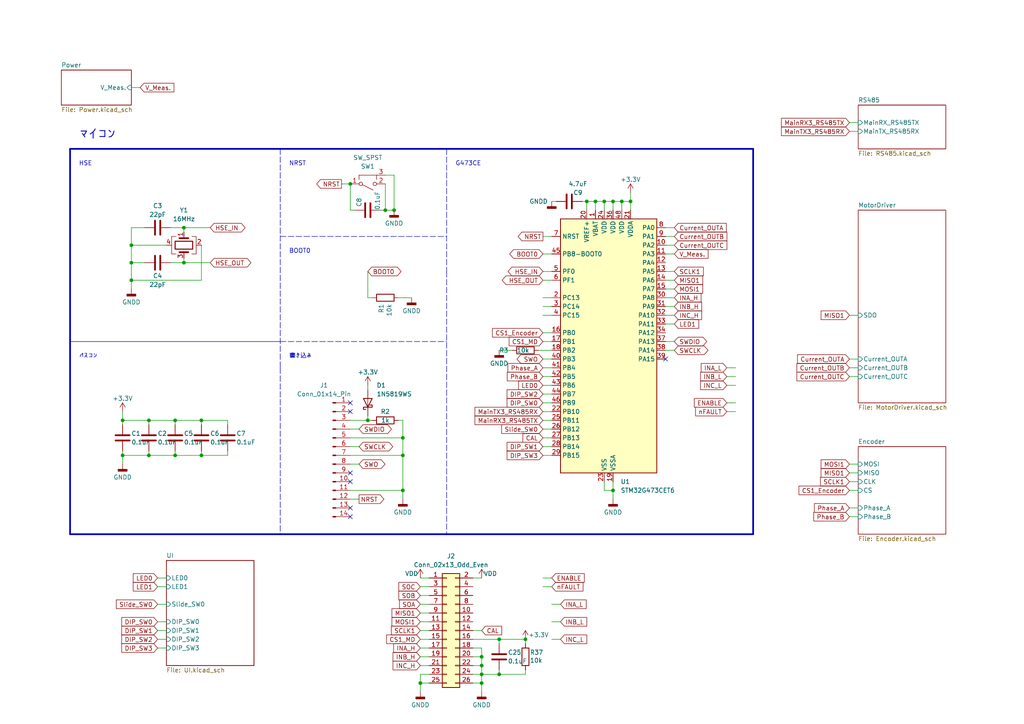
<source format=kicad_sch>
(kicad_sch (version 20230121) (generator eeschema)
  (paper "A4")
  (lib_symbols
    (symbol "Connector:Conn_01x14_Pin" (pin_names (offset 1.016) hide)
      (property "Reference" "J" (at 0 17.78 0))
      (property "Value" "Conn_01x14_Pin" (at 0 -20.32 0))
      (symbol "Conn_01x14_Pin_1_1"
        (polyline (pts (xy 1.27 -17.78) (xy 0.8636 -17.78)) (stroke (width 0.1524)))
        (polyline (pts (xy 1.27 -15.24) (xy 0.8636 -15.24)) (stroke (width 0.1524)))
        (polyline (pts (xy 1.27 -12.7) (xy 0.8636 -12.7)) (stroke (width 0.1524)))
        (polyline (pts (xy 1.27 -10.16) (xy 0.8636 -10.16)) (stroke (width 0.1524)))
        (polyline (pts (xy 1.27 -7.62) (xy 0.8636 -7.62)) (stroke (width 0.1524)))
        (polyline (pts (xy 1.27 -5.08) (xy 0.8636 -5.08)) (stroke (width 0.1524)))
        (polyline (pts (xy 1.27 -2.54) (xy 0.8636 -2.54)) (stroke (width 0.1524)))
        (polyline (pts (xy 1.27 0) (xy 0.8636 0)) (stroke (width 0.1524)))
        (polyline (pts (xy 1.27 2.54) (xy 0.8636 2.54)) (stroke (width 0.1524)))
        (polyline (pts (xy 1.27 5.08) (xy 0.8636 5.08)) (stroke (width 0.1524)))
        (polyline (pts (xy 1.27 7.62) (xy 0.8636 7.62)) (stroke (width 0.1524)))
        (polyline (pts (xy 1.27 10.16) (xy 0.8636 10.16)) (stroke (width 0.1524)))
        (polyline (pts (xy 1.27 12.7) (xy 0.8636 12.7)) (stroke (width 0.1524)))
        (polyline (pts (xy 1.27 15.24) (xy 0.8636 15.24)) (stroke (width 0.1524)))
        (rectangle (start 0.8636 -17.653) (end 0 -17.907) (stroke (width 0.1524)) (fill (type outline)))
        (rectangle (start 0.8636 -15.113) (end 0 -15.367) (stroke (width 0.1524)) (fill (type outline)))
        (rectangle (start 0.8636 -12.573) (end 0 -12.827) (stroke (width 0.1524)) (fill (type outline)))
        (rectangle (start 0.8636 -10.033) (end 0 -10.287) (stroke (width 0.1524)) (fill (type outline)))
        (rectangle (start 0.8636 -7.493) (end 0 -7.747) (stroke (width 0.1524)) (fill (type outline)))
        (rectangle (start 0.8636 -4.953) (end 0 -5.207) (stroke (width 0.1524)) (fill (type outline)))
        (rectangle (start 0.8636 -2.413) (end 0 -2.667) (stroke (width 0.1524)) (fill (type outline)))
        (rectangle (start 0.8636 0.127) (end 0 -0.127) (stroke (width 0.1524)) (fill (type outline)))
        (rectangle (start 0.8636 2.667) (end 0 2.413) (stroke (width 0.1524)) (fill (type outline)))
        (rectangle (start 0.8636 5.207) (end 0 4.953) (stroke (width 0.1524)) (fill (type outline)))
        (rectangle (start 0.8636 7.747) (end 0 7.493) (stroke (width 0.1524)) (fill (type outline)))
        (rectangle (start 0.8636 10.287) (end 0 10.033) (stroke (width 0.1524)) (fill (type outline)))
        (rectangle (start 0.8636 12.827) (end 0 12.573) (stroke (width 0.1524)) (fill (type outline)))
        (rectangle (start 0.8636 15.367) (end 0 15.113) (stroke (width 0.1524)) (fill (type outline)))
        (pin passive line (at 5.08 15.24 180) (length 3.81) (name "Pin_1") (number "1"))
        (pin passive line (at 5.08 -7.62 180) (length 3.81) (name "Pin_10") (number "10"))
        (pin passive line (at 5.08 -10.16 180) (length 3.81) (name "Pin_11") (number "11"))
        (pin passive line (at 5.08 -12.7 180) (length 3.81) (name "Pin_12") (number "12"))
        (pin passive line (at 5.08 -15.24 180) (length 3.81) (name "Pin_13") (number "13"))
        (pin passive line (at 5.08 -17.78 180) (length 3.81) (name "Pin_14") (number "14"))
        (pin passive line (at 5.08 12.7 180) (length 3.81) (name "Pin_2") (number "2"))
        (pin passive line (at 5.08 10.16 180) (length 3.81) (name "Pin_3") (number "3"))
        (pin passive line (at 5.08 7.62 180) (length 3.81) (name "Pin_4") (number "4"))
        (pin passive line (at 5.08 5.08 180) (length 3.81) (name "Pin_5") (number "5"))
        (pin passive line (at 5.08 2.54 180) (length 3.81) (name "Pin_6") (number "6"))
        (pin passive line (at 5.08 0 180) (length 3.81) (name "Pin_7") (number "7"))
        (pin passive line (at 5.08 -2.54 180) (length 3.81) (name "Pin_8") (number "8"))
        (pin passive line (at 5.08 -5.08 180) (length 3.81) (name "Pin_9") (number "9"))
      )
    )
    (symbol "Connector_Generic:Conn_02x13_Odd_Even" (pin_names (offset 1.016) hide)
      (property "Reference" "J" (at 1.27 17.78 0))
      (property "Value" "Conn_02x13_Odd_Even" (at 1.27 -17.78 0))
      (symbol "Conn_02x13_Odd_Even_1_1"
        (rectangle (start -1.27 -15.113) (end 0 -15.367) (stroke (width 0.1524)))
        (rectangle (start -1.27 -12.573) (end 0 -12.827) (stroke (width 0.1524)))
        (rectangle (start -1.27 -10.033) (end 0 -10.287) (stroke (width 0.1524)))
        (rectangle (start -1.27 -7.493) (end 0 -7.747) (stroke (width 0.1524)))
        (rectangle (start -1.27 -4.953) (end 0 -5.207) (stroke (width 0.1524)))
        (rectangle (start -1.27 -2.413) (end 0 -2.667) (stroke (width 0.1524)))
        (rectangle (start -1.27 0.127) (end 0 -0.127) (stroke (width 0.1524)))
        (rectangle (start -1.27 2.667) (end 0 2.413) (stroke (width 0.1524)))
        (rectangle (start -1.27 5.207) (end 0 4.953) (stroke (width 0.1524)))
        (rectangle (start -1.27 7.747) (end 0 7.493) (stroke (width 0.1524)))
        (rectangle (start -1.27 10.287) (end 0 10.033) (stroke (width 0.1524)))
        (rectangle (start -1.27 12.827) (end 0 12.573) (stroke (width 0.1524)))
        (rectangle (start -1.27 15.367) (end 0 15.113) (stroke (width 0.1524)))
        (rectangle (start -1.27 16.51) (end 3.81 -16.51) (stroke (width 0.254)) (fill (type background)))
        (rectangle (start 3.81 -15.113) (end 2.54 -15.367) (stroke (width 0.1524)))
        (rectangle (start 3.81 -12.573) (end 2.54 -12.827) (stroke (width 0.1524)))
        (rectangle (start 3.81 -10.033) (end 2.54 -10.287) (stroke (width 0.1524)))
        (rectangle (start 3.81 -7.493) (end 2.54 -7.747) (stroke (width 0.1524)))
        (rectangle (start 3.81 -4.953) (end 2.54 -5.207) (stroke (width 0.1524)))
        (rectangle (start 3.81 -2.413) (end 2.54 -2.667) (stroke (width 0.1524)))
        (rectangle (start 3.81 0.127) (end 2.54 -0.127) (stroke (width 0.1524)))
        (rectangle (start 3.81 2.667) (end 2.54 2.413) (stroke (width 0.1524)))
        (rectangle (start 3.81 5.207) (end 2.54 4.953) (stroke (width 0.1524)))
        (rectangle (start 3.81 7.747) (end 2.54 7.493) (stroke (width 0.1524)))
        (rectangle (start 3.81 10.287) (end 2.54 10.033) (stroke (width 0.1524)))
        (rectangle (start 3.81 12.827) (end 2.54 12.573) (stroke (width 0.1524)))
        (rectangle (start 3.81 15.367) (end 2.54 15.113) (stroke (width 0.1524)))
        (pin passive line (at -5.08 15.24 0) (length 3.81) (name "Pin_1") (number "1"))
        (pin passive line (at 7.62 5.08 180) (length 3.81) (name "Pin_10") (number "10"))
        (pin passive line (at -5.08 2.54 0) (length 3.81) (name "Pin_11") (number "11"))
        (pin passive line (at 7.62 2.54 180) (length 3.81) (name "Pin_12") (number "12"))
        (pin passive line (at -5.08 0 0) (length 3.81) (name "Pin_13") (number "13"))
        (pin passive line (at 7.62 0 180) (length 3.81) (name "Pin_14") (number "14"))
        (pin passive line (at -5.08 -2.54 0) (length 3.81) (name "Pin_15") (number "15"))
        (pin passive line (at 7.62 -2.54 180) (length 3.81) (name "Pin_16") (number "16"))
        (pin passive line (at -5.08 -5.08 0) (length 3.81) (name "Pin_17") (number "17"))
        (pin passive line (at 7.62 -5.08 180) (length 3.81) (name "Pin_18") (number "18"))
        (pin passive line (at -5.08 -7.62 0) (length 3.81) (name "Pin_19") (number "19"))
        (pin passive line (at 7.62 15.24 180) (length 3.81) (name "Pin_2") (number "2"))
        (pin passive line (at 7.62 -7.62 180) (length 3.81) (name "Pin_20") (number "20"))
        (pin passive line (at -5.08 -10.16 0) (length 3.81) (name "Pin_21") (number "21"))
        (pin passive line (at 7.62 -10.16 180) (length 3.81) (name "Pin_22") (number "22"))
        (pin passive line (at -5.08 -12.7 0) (length 3.81) (name "Pin_23") (number "23"))
        (pin passive line (at 7.62 -12.7 180) (length 3.81) (name "Pin_24") (number "24"))
        (pin passive line (at -5.08 -15.24 0) (length 3.81) (name "Pin_25") (number "25"))
        (pin passive line (at 7.62 -15.24 180) (length 3.81) (name "Pin_26") (number "26"))
        (pin passive line (at -5.08 12.7 0) (length 3.81) (name "Pin_3") (number "3"))
        (pin passive line (at 7.62 12.7 180) (length 3.81) (name "Pin_4") (number "4"))
        (pin passive line (at -5.08 10.16 0) (length 3.81) (name "Pin_5") (number "5"))
        (pin passive line (at 7.62 10.16 180) (length 3.81) (name "Pin_6") (number "6"))
        (pin passive line (at -5.08 7.62 0) (length 3.81) (name "Pin_7") (number "7"))
        (pin passive line (at 7.62 7.62 180) (length 3.81) (name "Pin_8") (number "8"))
        (pin passive line (at -5.08 5.08 0) (length 3.81) (name "Pin_9") (number "9"))
      )
    )
    (symbol "D_Schottky_3" (pin_numbers hide) (pin_names (offset 1.016) hide)
      (property "Reference" "D" (at 0 2.54 0))
      (property "Value" "D_Schottky_3" (at 0 -2.54 0))
      (symbol "D_Schottky_3_0_1"
        (polyline (pts (xy 1.27 0) (xy -1.27 0)))
        (polyline (pts (xy 1.27 1.27) (xy 1.27 -1.27) (xy -1.27 0) (xy 1.27 1.27)) (stroke (width 0.254)))
        (polyline (pts (xy -1.905 0.635) (xy -1.905 1.27) (xy -1.27 1.27) (xy -1.27 -1.27) (xy -0.635 -1.27) (xy -0.635 -0.635)) (stroke (width 0.254)))
      )
      (symbol "D_Schottky_3_1_1"
        (pin passive line (at -3.81 0 0) (length 2.54) (name "K") (number "1"))
        (pin passive line (at 3.81 0 180) (length 2.54) (name "A") (number "2"))
      )
    )
    (symbol "Device:C" (pin_numbers hide) (pin_names (offset 0.254))
      (property "Reference" "C" (at 0.635 2.54 0))
      (property "Value" "C" (at 0.635 -2.54 0))
      (symbol "C_0_1"
        (polyline (pts (xy -2.032 -0.762) (xy 2.032 -0.762)) (stroke (width 0.508)))
        (polyline (pts (xy -2.032 0.762) (xy 2.032 0.762)) (stroke (width 0.508)))
      )
      (symbol "C_1_1"
        (pin passive line (at 0 3.81 270) (length 2.794) (name "~") (number "1"))
        (pin passive line (at 0 -3.81 90) (length 2.794) (name "~") (number "2"))
      )
    )
    (symbol "Device:Crystal_GND24" (pin_names (offset 1.016) hide)
      (property "Reference" "Y" (at 3.175 5.08 0))
      (property "Value" "Crystal_GND24" (at 3.175 3.175 0))
      (symbol "Crystal_GND24_0_1"
        (rectangle (start -1.143 2.54) (end 1.143 -2.54) (stroke (width 0.3048)))
        (polyline (pts (xy -2.54 0) (xy -2.032 0)))
        (polyline (pts (xy -2.032 -1.27) (xy -2.032 1.27)) (stroke (width 0.508)))
        (polyline (pts (xy 0 -3.81) (xy 0 -3.556)))
        (polyline (pts (xy 0 3.556) (xy 0 3.81)))
        (polyline (pts (xy 2.032 -1.27) (xy 2.032 1.27)) (stroke (width 0.508)))
        (polyline (pts (xy 2.032 0) (xy 2.54 0)))
        (polyline (pts (xy -2.54 -2.286) (xy -2.54 -3.556) (xy 2.54 -3.556) (xy 2.54 -2.286)))
        (polyline (pts (xy -2.54 2.286) (xy -2.54 3.556) (xy 2.54 3.556) (xy 2.54 2.286)))
      )
      (symbol "Crystal_GND24_1_1"
        (pin passive line (at -3.81 0 0) (length 1.27) (name "1") (number "1"))
        (pin passive line (at 0 5.08 270) (length 1.27) (name "2") (number "2"))
        (pin passive line (at 3.81 0 180) (length 1.27) (name "3") (number "3"))
        (pin passive line (at 0 -5.08 90) (length 1.27) (name "4") (number "4"))
      )
    )
    (symbol "Device:R" (pin_numbers hide) (pin_names (offset 0))
      (property "Reference" "R" (at 2.032 0 90))
      (property "Value" "R" (at 0 0 90))
      (symbol "R_0_1"
        (rectangle (start -1.016 -2.54) (end 1.016 2.54) (stroke (width 0.254)))
      )
      (symbol "R_1_1"
        (pin passive line (at 0 3.81 270) (length 1.27) (name "~") (number "1"))
        (pin passive line (at 0 -3.81 90) (length 1.27) (name "~") (number "2"))
      )
    )
    (symbol "MCU_ST_STM32G4:STM32G473CETx"
      (property "Reference" "U2" (at 4.7341 -38.1 0))
      (property "Value" "STM32G473CET6" (at 4.7341 -40.64 0))
      (symbol "STM32G473CETx_0_1"
        (rectangle (start -12.7 -35.56) (end 15.24 38.1) (stroke (width 0.254)) (fill (type background)))
      )
      (symbol "STM32G473CETx_1_1"
        (pin power_in line (at -2.54 40.64 270) (length 2.54) (name "VBAT") (number "1"))
        (pin bidirectional line (at 17.78 30.48 180) (length 2.54) (name "PA2") (number "10"))
        (pin bidirectional line (at 17.78 27.94 180) (length 2.54) (name "PA3") (number "11"))
        (pin bidirectional line (at 17.78 25.4 180) (length 2.54) (name "PA4") (number "12"))
        (pin bidirectional line (at 17.78 22.86 180) (length 2.54) (name "PA5") (number "13"))
        (pin bidirectional line (at 17.78 20.32 180) (length 2.54) (name "PA6") (number "14"))
        (pin bidirectional line (at 17.78 17.78 180) (length 2.54) (name "PA7") (number "15"))
        (pin bidirectional line (at -15.24 5.08 0) (length 2.54) (name "PB0") (number "16"))
        (pin bidirectional line (at -15.24 2.54 0) (length 2.54) (name "PB1") (number "17"))
        (pin bidirectional line (at -15.24 0 0) (length 2.54) (name "PB2") (number "18"))
        (pin power_in line (at 2.54 -38.1 90) (length 2.54) (name "VSSA") (number "19"))
        (pin bidirectional line (at -15.24 15.24 0) (length 2.54) (name "PC13") (number "2"))
        (pin input line (at -5.08 40.64 270) (length 2.54) (name "VREF+") (number "20"))
        (pin power_in line (at 7.62 40.64 270) (length 2.54) (name "VDDA") (number "21"))
        (pin bidirectional line (at -15.24 -17.78 0) (length 2.54) (name "PB10") (number "22"))
        (pin power_in line (at 0 -38.1 90) (length 2.54) (name "VSS") (number "23"))
        (pin power_in line (at 0 40.64 270) (length 2.54) (name "VDD") (number "24"))
        (pin bidirectional line (at -15.24 -20.32 0) (length 2.54) (name "PB11") (number "25"))
        (pin bidirectional line (at -15.24 -22.86 0) (length 2.54) (name "PB12") (number "26"))
        (pin bidirectional line (at -15.24 -25.4 0) (length 2.54) (name "PB13") (number "27"))
        (pin bidirectional line (at -15.24 -27.94 0) (length 2.54) (name "PB14") (number "28"))
        (pin bidirectional line (at -15.24 -30.48 0) (length 2.54) (name "PB15") (number "29"))
        (pin bidirectional line (at -15.24 12.7 0) (length 2.54) (name "PC14") (number "3"))
        (pin bidirectional line (at 17.78 15.24 180) (length 2.54) (name "PA8") (number "30"))
        (pin bidirectional line (at 17.78 12.7 180) (length 2.54) (name "PA9") (number "31"))
        (pin bidirectional line (at 17.78 10.16 180) (length 2.54) (name "PA10") (number "32"))
        (pin bidirectional line (at 17.78 7.62 180) (length 2.54) (name "PA11") (number "33"))
        (pin bidirectional line (at 17.78 5.08 180) (length 2.54) (name "PA12") (number "34"))
        (pin passive line (at 0 -38.1 90) (length 2.54) hide (name "VSS") (number "35"))
        (pin power_in line (at 2.54 40.64 270) (length 2.54) (name "VDD") (number "36"))
        (pin bidirectional line (at 17.78 2.54 180) (length 2.54) (name "PA13") (number "37"))
        (pin bidirectional line (at 17.78 0 180) (length 2.54) (name "PA14") (number "38"))
        (pin bidirectional line (at 17.78 -2.54 180) (length 2.54) (name "PA15") (number "39"))
        (pin bidirectional line (at -15.24 10.16 0) (length 2.54) (name "PC15") (number "4"))
        (pin bidirectional line (at -15.24 -2.54 0) (length 2.54) (name "PB3") (number "40"))
        (pin bidirectional line (at -15.24 -5.08 0) (length 2.54) (name "PB4") (number "41"))
        (pin bidirectional line (at -15.24 -7.62 0) (length 2.54) (name "PB5") (number "42"))
        (pin bidirectional line (at -15.24 -10.16 0) (length 2.54) (name "PB6") (number "43"))
        (pin bidirectional line (at -15.24 -12.7 0) (length 2.54) (name "PB7") (number "44"))
        (pin bidirectional line (at -15.24 27.94 0) (length 2.54) (name "PB8-BOOT0") (number "45"))
        (pin bidirectional line (at -15.24 -15.24 0) (length 2.54) (name "PB9") (number "46"))
        (pin passive line (at 0 -38.1 90) (length 2.54) hide (name "VSS") (number "47"))
        (pin power_in line (at 5.08 40.64 270) (length 2.54) (name "VDD") (number "48"))
        (pin bidirectional line (at -15.24 22.86 0) (length 2.54) (name "PF0") (number "5"))
        (pin bidirectional line (at -15.24 20.32 0) (length 2.54) (name "PF1") (number "6"))
        (pin bidirectional line (at -15.24 33.02 0) (length 2.54) (name "NRST") (number "7"))
        (pin bidirectional line (at 17.78 35.56 180) (length 2.54) (name "PA0") (number "8"))
        (pin bidirectional line (at 17.78 33.02 180) (length 2.54) (name "PA1") (number "9"))
      )
    )
    (symbol "Switch:SW_SPST" (pin_names (offset 0) hide)
      (property "Reference" "SW1" (at 0 5.08 0))
      (property "Value" "SW_SPST" (at 0 2.54 0))
      (symbol "SW_SPST_0_0"
        (circle (center -2.032 0) (radius 0.508))
        (polyline (pts (xy -1.524 0.254) (xy 1.524 1.778)))
        (circle (center 2.032 0) (radius 0.508))
      )
      (symbol "SW_SPST_0_1"
        (polyline (pts (xy -2.54 -2.54) (xy -2.54 -1.27)))
        (polyline (pts (xy -2.54 -2.54) (xy 2.54 -2.54)))
        (polyline (pts (xy 2.54 -2.54) (xy 2.54 -1.27)))
      )
      (symbol "SW_SPST_1_1"
        (pin passive line (at -5.08 0 0) (length 2.54) (name "A") (number "1"))
        (pin passive line (at 5.08 0 180) (length 2.54) (name "B") (number "2"))
        (pin passive line (at 5.08 -2.54 180) (length 2.54) (name "shell") (number "3"))
      )
    )
    (symbol "power:+3.3V" (power) (pin_names (offset 0))
      (property "Value" "+3.3V" (at 0 3.556 0))
      (symbol "+3.3V_0_1"
        (polyline (pts (xy -0.762 1.27) (xy 0 2.54)))
        (polyline (pts (xy 0 0) (xy 0 2.54)))
        (polyline (pts (xy 0 2.54) (xy 0.762 1.27)))
      )
      (symbol "+3.3V_1_1"
        (pin power_in line (at 0 0 90) (length 0) hide (name "+3.3V") (number "1"))
      )
    )
    (symbol "power:GNDD" (power) (pin_names (offset 0))
      (property "Value" "GNDD" (at 0 -3.175 0))
      (symbol "GNDD_0_1"
        (rectangle (start -1.27 -1.524) (end 1.27 -2.032) (stroke (width 0.254)) (fill (type outline)))
        (polyline (pts (xy 0 0) (xy 0 -1.524)))
      )
      (symbol "GNDD_1_1"
        (pin power_in line (at 0 0 270) (length 0) hide (name "GNDD") (number "1"))
      )
    )
    (symbol "power:VDD" (power) (pin_names (offset 0))
      (property "Value" "VDD" (at 0 3.81 0))
      (symbol "VDD_0_1"
        (polyline (pts (xy -0.762 1.27) (xy 0 2.54)))
        (polyline (pts (xy 0 0) (xy 0 2.54)))
        (polyline (pts (xy 0 2.54) (xy 0.762 1.27)))
      )
      (symbol "VDD_1_1"
        (pin power_in line (at 0 0 90) (length 0) hide (name "VDD") (number "1"))
      )
    )
  )
  (junction (at 175.26 58.42))
  (junction (at 38.1 81.28))
  (junction (at 114.3 60.96))
  (junction (at 111.76 60.96))
  (junction (at 38.1 71.12))
  (junction (at 43.18 121.92))
  (junction (at 116.84 132.08))
  (junction (at 50.8 132.08))
  (junction (at 152.4 185.42))
  (junction (at 116.84 142.24))
  (junction (at 139.7 190.5))
  (junction (at 101.6 53.34))
  (junction (at 53.34 76.2))
  (junction (at 144.78 195.58))
  (junction (at 177.8 58.42))
  (junction (at 144.78 185.42))
  (junction (at 139.7 195.58))
  (junction (at 139.7 193.04))
  (junction (at 35.56 121.92))
  (junction (at 121.92 198.12))
  (junction (at 180.34 58.42))
  (junction (at 170.18 58.42))
  (junction (at 182.88 58.42))
  (junction (at 177.8 142.24))
  (junction (at 116.84 127))
  (junction (at 106.68 121.92))
  (junction (at 43.18 132.08))
  (junction (at 35.56 132.08))
  (junction (at 38.1 76.2))
  (junction (at 58.42 132.08))
  (junction (at 139.7 198.12))
  (junction (at 58.42 121.92))
  (junction (at 50.8 121.92))
  (junction (at 53.34 66.04))
  (junction (at 172.72 58.42))
  (no_connect (at 101.6 137.16))
  (no_connect (at 193.04 104.14))
  (no_connect (at 101.6 147.32))
  (no_connect (at 101.6 149.86))
  (no_connect (at 101.6 139.7))
  (no_connect (at 101.6 119.38))
  (no_connect (at 101.6 116.84))
  (wire (pts (xy 162.56 175.26) (xy 160.02 175.26)))
  (wire (pts (xy 121.92 193.04) (xy 124.46 193.04)))
  (wire (pts (xy 193.04 68.58) (xy 195.58 68.58)))
  (wire (pts (xy 139.7 182.88) (xy 137.16 182.88)))
  (wire (pts (xy 115.57 86.36) (xy 119.38 86.36)))
  (wire (pts (xy 139.7 195.58) (xy 139.7 198.12)))
  (polyline (pts (xy 20.32 43.18) (xy 218.44 43.18)) (stroke (width 0.5) (type solid)))
  (wire (pts (xy 38.1 66.04) (xy 38.1 71.12)))
  (wire (pts (xy 157.48 116.84) (xy 160.02 116.84)))
  (wire (pts (xy 53.34 76.2) (xy 60.96 76.2)))
  (wire (pts (xy 58.42 130.81) (xy 58.42 132.08)))
  (wire (pts (xy 101.6 134.62) (xy 104.14 134.62)))
  (wire (pts (xy 35.56 121.92) (xy 43.18 121.92)))
  (polyline (pts (xy 20.32 43.18) (xy 20.32 154.94)) (stroke (width 0.5) (type solid)))
  (wire (pts (xy 58.42 121.92) (xy 58.42 123.19)))
  (polyline (pts (xy 81.28 99.06) (xy 129.54 99.06)) (stroke (width 0) (type dash)))
  (wire (pts (xy 45.72 170.18) (xy 48.26 170.18)))
  (wire (pts (xy 157.48 78.74) (xy 160.02 78.74)))
  (wire (pts (xy 162.56 185.42) (xy 160.02 185.42)))
  (wire (pts (xy 38.1 83.82) (xy 38.1 81.28)))
  (wire (pts (xy 175.26 142.24) (xy 177.8 142.24)))
  (wire (pts (xy 121.92 172.72) (xy 124.46 172.72)))
  (wire (pts (xy 172.72 58.42) (xy 175.26 58.42)))
  (wire (pts (xy 139.7 193.04) (xy 139.7 195.58)))
  (wire (pts (xy 193.04 66.04) (xy 195.58 66.04)))
  (wire (pts (xy 139.7 190.5) (xy 139.7 193.04)))
  (wire (pts (xy 177.8 58.42) (xy 180.34 58.42)))
  (wire (pts (xy 53.34 74.93) (xy 53.34 76.2)))
  (wire (pts (xy 180.34 58.42) (xy 180.34 60.96)))
  (wire (pts (xy 139.7 195.58) (xy 144.78 195.58)))
  (polyline (pts (xy 20.32 154.94) (xy 218.44 154.94)) (stroke (width 0.5) (type solid)))
  (wire (pts (xy 246.38 149.86) (xy 248.92 149.86)))
  (wire (pts (xy 116.84 121.92) (xy 116.84 127)))
  (wire (pts (xy 175.26 58.42) (xy 175.26 60.96)))
  (wire (pts (xy 157.48 88.9) (xy 160.02 88.9)))
  (wire (pts (xy 157.48 106.68) (xy 160.02 106.68)))
  (wire (pts (xy 116.84 142.24) (xy 116.84 132.08)))
  (wire (pts (xy 45.72 175.26) (xy 48.26 175.26)))
  (wire (pts (xy 139.7 200.66) (xy 139.7 198.12)))
  (wire (pts (xy 137.16 167.64) (xy 139.7 167.64)))
  (wire (pts (xy 111.76 53.34) (xy 111.76 60.96)))
  (wire (pts (xy 213.36 109.22) (xy 210.82 109.22)))
  (wire (pts (xy 124.46 195.58) (xy 121.92 195.58)))
  (wire (pts (xy 157.48 129.54) (xy 160.02 129.54)))
  (wire (pts (xy 121.92 195.58) (xy 121.92 198.12)))
  (wire (pts (xy 137.16 193.04) (xy 139.7 193.04)))
  (wire (pts (xy 137.16 195.58) (xy 139.7 195.58)))
  (wire (pts (xy 50.8 121.92) (xy 58.42 121.92)))
  (wire (pts (xy 137.16 190.5) (xy 139.7 190.5)))
  (wire (pts (xy 157.48 167.64) (xy 160.02 167.64)))
  (wire (pts (xy 162.56 180.34) (xy 160.02 180.34)))
  (wire (pts (xy 121.92 200.66) (xy 121.92 198.12)))
  (wire (pts (xy 101.6 127) (xy 116.84 127)))
  (wire (pts (xy 50.8 132.08) (xy 58.42 132.08)))
  (wire (pts (xy 38.1 76.2) (xy 41.91 76.2)))
  (wire (pts (xy 182.88 55.88) (xy 182.88 58.42)))
  (wire (pts (xy 106.68 78.74) (xy 106.68 86.36)))
  (wire (pts (xy 246.38 104.14) (xy 248.92 104.14)))
  (wire (pts (xy 157.48 68.58) (xy 160.02 68.58)))
  (wire (pts (xy 43.18 121.92) (xy 50.8 121.92)))
  (wire (pts (xy 160.02 170.18) (xy 157.48 170.18)))
  (polyline (pts (xy 81.28 106.68) (xy 81.28 154.94)) (stroke (width 0) (type dash)))
  (wire (pts (xy 121.92 182.88) (xy 124.46 182.88)))
  (wire (pts (xy 246.38 137.16) (xy 248.92 137.16)))
  (wire (pts (xy 111.76 60.96) (xy 114.3 60.96)))
  (wire (pts (xy 144.78 194.31) (xy 144.78 195.58)))
  (wire (pts (xy 168.91 58.42) (xy 170.18 58.42)))
  (wire (pts (xy 106.68 120.65) (xy 106.68 121.92)))
  (wire (pts (xy 116.84 144.78) (xy 116.84 142.24)))
  (wire (pts (xy 43.18 132.08) (xy 50.8 132.08)))
  (wire (pts (xy 43.18 130.81) (xy 43.18 132.08)))
  (wire (pts (xy 35.56 130.81) (xy 35.56 132.08)))
  (wire (pts (xy 53.34 66.04) (xy 53.34 67.31)))
  (wire (pts (xy 161.29 58.42) (xy 160.02 58.42)))
  (wire (pts (xy 121.92 187.96) (xy 124.46 187.96)))
  (wire (pts (xy 157.48 127) (xy 160.02 127)))
  (wire (pts (xy 246.38 134.62) (xy 248.92 134.62)))
  (wire (pts (xy 66.04 132.08) (xy 66.04 130.81)))
  (wire (pts (xy 38.1 76.2) (xy 38.1 81.28)))
  (wire (pts (xy 157.48 119.38) (xy 160.02 119.38)))
  (wire (pts (xy 101.6 60.96) (xy 102.87 60.96)))
  (wire (pts (xy 193.04 91.44) (xy 195.58 91.44)))
  (wire (pts (xy 246.38 38.1) (xy 248.92 38.1)))
  (wire (pts (xy 193.04 71.12) (xy 195.58 71.12)))
  (polyline (pts (xy 129.54 78.74) (xy 129.54 154.94)) (stroke (width 0) (type dash)))
  (wire (pts (xy 43.18 121.92) (xy 43.18 123.19)))
  (polyline (pts (xy 129.54 43.18) (xy 129.54 78.74)) (stroke (width 0) (type dash)))
  (wire (pts (xy 177.8 142.24) (xy 177.8 144.78)))
  (wire (pts (xy 49.53 76.2) (xy 53.34 76.2)))
  (wire (pts (xy 193.04 99.06) (xy 195.58 99.06)))
  (wire (pts (xy 35.56 132.08) (xy 35.56 134.62)))
  (wire (pts (xy 193.04 86.36) (xy 195.58 86.36)))
  (wire (pts (xy 38.1 71.12) (xy 48.26 71.12)))
  (wire (pts (xy 152.4 185.42) (xy 144.78 185.42)))
  (wire (pts (xy 60.96 66.04) (xy 53.34 66.04)))
  (polyline (pts (xy 218.44 154.94) (xy 218.44 43.18)) (stroke (width 0.5) (type solid)))
  (wire (pts (xy 175.26 58.42) (xy 177.8 58.42)))
  (wire (pts (xy 160.02 96.52) (xy 157.48 96.52)))
  (wire (pts (xy 121.92 185.42) (xy 124.46 185.42)))
  (wire (pts (xy 180.34 58.42) (xy 182.88 58.42)))
  (wire (pts (xy 157.48 104.14) (xy 160.02 104.14)))
  (wire (pts (xy 101.6 53.34) (xy 101.6 60.96)))
  (wire (pts (xy 50.8 121.92) (xy 50.8 123.19)))
  (wire (pts (xy 210.82 119.38) (xy 213.36 119.38)))
  (wire (pts (xy 115.57 121.92) (xy 116.84 121.92)))
  (wire (pts (xy 160.02 101.6) (xy 156.21 101.6)))
  (wire (pts (xy 213.36 106.68) (xy 210.82 106.68)))
  (wire (pts (xy 121.92 177.8) (xy 124.46 177.8)))
  (wire (pts (xy 213.36 116.84) (xy 210.82 116.84)))
  (wire (pts (xy 38.1 25.4) (xy 40.64 25.4)))
  (wire (pts (xy 49.53 66.04) (xy 53.34 66.04)))
  (wire (pts (xy 160.02 111.76) (xy 157.48 111.76)))
  (wire (pts (xy 193.04 73.66) (xy 195.58 73.66)))
  (wire (pts (xy 45.72 182.88) (xy 48.26 182.88)))
  (wire (pts (xy 139.7 187.96) (xy 139.7 190.5)))
  (wire (pts (xy 58.42 121.92) (xy 66.04 121.92)))
  (wire (pts (xy 193.04 78.74) (xy 195.58 78.74)))
  (wire (pts (xy 99.06 53.34) (xy 101.6 53.34)))
  (wire (pts (xy 193.04 83.82) (xy 195.58 83.82)))
  (wire (pts (xy 152.4 186.69) (xy 152.4 185.42)))
  (wire (pts (xy 121.92 180.34) (xy 124.46 180.34)))
  (wire (pts (xy 193.04 93.98) (xy 195.58 93.98)))
  (wire (pts (xy 50.8 130.81) (xy 50.8 132.08)))
  (wire (pts (xy 121.92 175.26) (xy 124.46 175.26)))
  (wire (pts (xy 246.38 139.7) (xy 248.92 139.7)))
  (wire (pts (xy 35.56 121.92) (xy 35.56 123.19)))
  (wire (pts (xy 101.6 132.08) (xy 116.84 132.08)))
  (wire (pts (xy 157.48 109.22) (xy 160.02 109.22)))
  (wire (pts (xy 246.38 91.44) (xy 248.92 91.44)))
  (wire (pts (xy 139.7 198.12) (xy 137.16 198.12)))
  (wire (pts (xy 157.48 86.36) (xy 160.02 86.36)))
  (wire (pts (xy 35.56 132.08) (xy 43.18 132.08)))
  (wire (pts (xy 177.8 60.96) (xy 177.8 58.42)))
  (wire (pts (xy 58.42 71.12) (xy 58.42 81.28)))
  (wire (pts (xy 193.04 101.6) (xy 195.58 101.6)))
  (wire (pts (xy 116.84 132.08) (xy 116.84 127)))
  (wire (pts (xy 137.16 187.96) (xy 139.7 187.96)))
  (wire (pts (xy 246.38 147.32) (xy 248.92 147.32)))
  (wire (pts (xy 121.92 167.64) (xy 124.46 167.64)))
  (wire (pts (xy 172.72 60.96) (xy 172.72 58.42)))
  (wire (pts (xy 45.72 185.42) (xy 48.26 185.42)))
  (wire (pts (xy 137.16 185.42) (xy 144.78 185.42)))
  (wire (pts (xy 121.92 190.5) (xy 124.46 190.5)))
  (wire (pts (xy 111.76 50.8) (xy 114.3 50.8)))
  (wire (pts (xy 152.4 194.31) (xy 152.4 195.58)))
  (wire (pts (xy 35.56 119.38) (xy 35.56 121.92)))
  (wire (pts (xy 213.36 111.76) (xy 210.82 111.76)))
  (wire (pts (xy 41.91 66.04) (xy 38.1 66.04)))
  (wire (pts (xy 193.04 81.28) (xy 195.58 81.28)))
  (wire (pts (xy 144.78 186.69) (xy 144.78 185.42)))
  (wire (pts (xy 101.6 124.46) (xy 104.14 124.46)))
  (wire (pts (xy 193.04 88.9) (xy 195.58 88.9)))
  (wire (pts (xy 157.48 73.66) (xy 160.02 73.66)))
  (polyline (pts (xy 81.28 68.58) (xy 129.54 68.58)) (stroke (width 0) (type dash)))
  (wire (pts (xy 38.1 81.28) (xy 58.42 81.28)))
  (wire (pts (xy 101.6 142.24) (xy 116.84 142.24)))
  (wire (pts (xy 170.18 58.42) (xy 170.18 60.96)))
  (wire (pts (xy 106.68 111.76) (xy 106.68 113.03)))
  (wire (pts (xy 38.1 71.12) (xy 38.1 76.2)))
  (wire (pts (xy 246.38 106.68) (xy 248.92 106.68)))
  (wire (pts (xy 182.88 58.42) (xy 182.88 60.96)))
  (wire (pts (xy 160.02 124.46) (xy 157.48 124.46)))
  (polyline (pts (xy 81.28 43.18) (xy 81.28 106.68)) (stroke (width 0) (type dash)))
  (wire (pts (xy 177.8 142.24) (xy 177.8 139.7)))
  (wire (pts (xy 170.18 58.42) (xy 172.72 58.42)))
  (wire (pts (xy 144.78 195.58) (xy 152.4 195.58)))
  (wire (pts (xy 246.38 142.24) (xy 248.92 142.24)))
  (wire (pts (xy 106.68 121.92) (xy 101.6 121.92)))
  (wire (pts (xy 157.48 114.3) (xy 160.02 114.3)))
  (wire (pts (xy 246.38 35.56) (xy 248.92 35.56)))
  (wire (pts (xy 246.38 109.22) (xy 248.92 109.22)))
  (wire (pts (xy 160.02 99.06) (xy 157.48 99.06)))
  (wire (pts (xy 175.26 142.24) (xy 175.26 139.7)))
  (wire (pts (xy 157.48 121.92) (xy 160.02 121.92)))
  (wire (pts (xy 45.72 180.34) (xy 48.26 180.34)))
  (wire (pts (xy 121.92 170.18) (xy 124.46 170.18)))
  (wire (pts (xy 157.48 81.28) (xy 160.02 81.28)))
  (wire (pts (xy 66.04 121.92) (xy 66.04 123.19)))
  (wire (pts (xy 157.48 91.44) (xy 160.02 91.44)))
  (wire (pts (xy 101.6 129.54) (xy 104.14 129.54)))
  (wire (pts (xy 111.76 60.96) (xy 110.49 60.96)))
  (wire (pts (xy 106.68 121.92) (xy 107.95 121.92)))
  (wire (pts (xy 121.92 198.12) (xy 124.46 198.12)))
  (wire (pts (xy 45.72 187.96) (xy 48.26 187.96)))
  (wire (pts (xy 45.72 167.64) (xy 48.26 167.64)))
  (wire (pts (xy 58.42 132.08) (xy 66.04 132.08)))
  (wire (pts (xy 114.3 50.8) (xy 114.3 60.96)))
  (wire (pts (xy 106.68 86.36) (xy 107.95 86.36)))
  (wire (pts (xy 157.48 132.08) (xy 160.02 132.08)))
  (wire (pts (xy 101.6 144.78) (xy 104.14 144.78)))
  (wire (pts (xy 148.59 101.6) (xy 144.78 101.6)))
  (rectangle (start 20.32 99.06) (end 81.28 99.06))
  (text "パスコン" (at 22.86 104.14 0) (effects (font (size 1.27 1.27)) (justify left bottom)))
  (text "G473CE" (at 132.08 48.26 0) (effects (font (size 1.27 1.27)) (justify left bottom)))
  (text "HSE" (at 22.86 48.26 0) (effects (font (size 1.27 1.27)) (justify left bottom)))
  (text "BOOT0" (at 83.82 73.66 0) (effects (font (size 1.27 1.27)) (justify left bottom)))
  (text "NRST" (at 83.82 48.26 0) (effects (font (size 1.27 1.27)) (justify left bottom)))
  (text "マイコン" (at 22.86 40.64 0) (effects (font (size 2.54 2.54) (thickness 0.254) bold) (justify left bottom)))
  (text "書き込み" (at 83.82 104.14 0) (effects (font (size 1.27 1.27)) (justify left bottom)))
  (global_label "SCLK1" (shape input) (at 246.38 139.7 180) (property "Intersheetrefs" "${INTERSHEET_REFS}" (effects hide)))
  (global_label "MainTX3_RS485RX" (shape input) (at 246.38 38.1 180) (property "Intersheetrefs" "${INTERSHEET_REFS}" (effects hide)))
  (global_label "nFAULT" (shape input) (at 160.02 170.18 0) (property "Intersheetrefs" "${INTERSHEET_REFS}" (effects hide)))
  (global_label "BOOT0" (shape bidirectional) (at 106.68 78.74 0) (property "Intersheetrefs" "${INTERSHEET_REFS}" (effects hide)))
  (global_label "Phase_A" (shape input) (at 246.38 147.32 180) (property "Intersheetrefs" "${INTERSHEET_REFS}" (effects hide)))
  (global_label "MISO1" (shape input) (at 246.38 137.16 180) (property "Intersheetrefs" "${INTERSHEET_REFS}" (effects hide)))
  (global_label "HSE_OUT" (shape bidirectional) (at 157.48 81.28 180) (property "Intersheetrefs" "${INTERSHEET_REFS}" (effects hide)))
  (global_label "V_Meas." (shape input) (at 195.58 73.66 0) (property "Intersheetrefs" "${INTERSHEET_REFS}" (effects hide)))
  (global_label "DIP_SW0" (shape input) (at 45.72 180.34 180) (property "Intersheetrefs" "${INTERSHEET_REFS}" (effects hide)))
  (global_label "INB_H" (shape input) (at 121.92 190.5 180) (property "Intersheetrefs" "${INTERSHEET_REFS}" (effects hide)))
  (global_label "MOSI1" (shape input) (at 121.92 180.34 180) (property "Intersheetrefs" "${INTERSHEET_REFS}" (effects hide)))
  (global_label "Current_OUTB" (shape input) (at 195.58 68.58 0) (property "Intersheetrefs" "${INTERSHEET_REFS}" (effects hide)))
  (global_label "INC_L" (shape input) (at 210.82 111.76 180) (property "Intersheetrefs" "${INTERSHEET_REFS}" (effects hide)))
  (global_label "MainTX3_RS485RX" (shape input) (at 157.48 119.38 180) (property "Intersheetrefs" "${INTERSHEET_REFS}" (effects hide)))
  (global_label "INB_L" (shape input) (at 210.82 109.22 180) (property "Intersheetrefs" "${INTERSHEET_REFS}" (effects hide)))
  (global_label "NRST" (shape output) (at 157.48 68.58 180) (property "Intersheetrefs" "${INTERSHEET_REFS}" (effects hide)))
  (global_label "INA_H" (shape input) (at 195.58 86.36 0) (property "Intersheetrefs" "${INTERSHEET_REFS}" (effects hide)))
  (global_label "INC_L" (shape input) (at 162.56 185.42 0) (property "Intersheetrefs" "${INTERSHEET_REFS}" (effects hide)))
  (global_label "DIP_SW0" (shape input) (at 157.48 116.84 180) (property "Intersheetrefs" "${INTERSHEET_REFS}" (effects hide)))
  (global_label "HSE_IN" (shape bidirectional) (at 60.96 66.04 0) (property "Intersheetrefs" "${INTERSHEET_REFS}" (effects hide)))
  (global_label "HSE_OUT" (shape bidirectional) (at 60.96 76.2 0) (property "Intersheetrefs" "${INTERSHEET_REFS}" (effects hide)))
  (global_label "Current_OUTA" (shape input) (at 195.58 66.04 0) (property "Intersheetrefs" "${INTERSHEET_REFS}" (effects hide)))
  (global_label "SOC" (shape input) (at 121.92 170.18 180) (property "Intersheetrefs" "${INTERSHEET_REFS}" (effects hide)))
  (global_label "ENABLE" (shape input) (at 160.02 167.64 0) (property "Intersheetrefs" "${INTERSHEET_REFS}" (effects hide)))
  (global_label "NRST" (shape output) (at 104.14 144.78 0) (property "Intersheetrefs" "${INTERSHEET_REFS}" (effects hide)))
  (global_label "SWCLK" (shape bidirectional) (at 195.58 101.6 0) (property "Intersheetrefs" "${INTERSHEET_REFS}" (effects hide)))
  (global_label "CS1_MD" (shape input) (at 121.92 185.42 180) (property "Intersheetrefs" "${INTERSHEET_REFS}" (effects hide)))
  (global_label "CS1_Encoder" (shape input) (at 246.38 142.24 180) (property "Intersheetrefs" "${INTERSHEET_REFS}" (effects hide)))
  (global_label "BOOT0" (shape bidirectional) (at 157.48 73.66 180) (property "Intersheetrefs" "${INTERSHEET_REFS}" (effects hide)))
  (global_label "Current_OUTB" (shape input) (at 246.38 106.68 180) (property "Intersheetrefs" "${INTERSHEET_REFS}" (effects hide)))
  (global_label "INB_L" (shape input) (at 162.56 180.34 0) (property "Intersheetrefs" "${INTERSHEET_REFS}" (effects hide)))
  (global_label "DIP_SW3" (shape input) (at 45.72 187.96 180) (property "Intersheetrefs" "${INTERSHEET_REFS}" (effects hide)))
  (global_label "INC_H" (shape input) (at 195.58 91.44 0) (property "Intersheetrefs" "${INTERSHEET_REFS}" (effects hide)))
  (global_label "MISO1" (shape input) (at 121.92 177.8 180) (property "Intersheetrefs" "${INTERSHEET_REFS}" (effects hide)))
  (global_label "DIP_SW1" (shape input) (at 157.48 129.54 180) (property "Intersheetrefs" "${INTERSHEET_REFS}" (effects hide)))
  (global_label "ENABLE" (shape input) (at 210.82 116.84 180) (property "Intersheetrefs" "${INTERSHEET_REFS}" (effects hide)))
  (global_label "SOA" (shape input) (at 121.92 175.26 180) (property "Intersheetrefs" "${INTERSHEET_REFS}" (effects hide)))
  (global_label "INC_H" (shape input) (at 121.92 193.04 180) (property "Intersheetrefs" "${INTERSHEET_REFS}" (effects hide)))
  (global_label "DIP_SW1" (shape input) (at 45.72 182.88 180) (property "Intersheetrefs" "${INTERSHEET_REFS}" (effects hide)))
  (global_label "DIP_SW3" (shape input) (at 157.48 132.08 180) (property "Intersheetrefs" "${INTERSHEET_REFS}" (effects hide)))
  (global_label "INA_H" (shape input) (at 121.92 187.96 180) (property "Intersheetrefs" "${INTERSHEET_REFS}" (effects hide)))
  (global_label "SCLK1" (shape input) (at 195.58 78.74 0) (property "Intersheetrefs" "${INTERSHEET_REFS}" (effects hide)))
  (global_label "SWCLK" (shape bidirectional) (at 104.14 129.54 0) (property "Intersheetrefs" "${INTERSHEET_REFS}" (effects hide)))
  (global_label "HSE_IN" (shape bidirectional) (at 157.48 78.74 180) (property "Intersheetrefs" "${INTERSHEET_REFS}" (effects hide)))
  (global_label "V_Meas." (shape input) (at 40.64 25.4 0) (property "Intersheetrefs" "${INTERSHEET_REFS}" (effects hide)))
  (global_label "INA_L" (shape input) (at 162.56 175.26 0) (property "Intersheetrefs" "${INTERSHEET_REFS}" (effects hide)))
  (global_label "Current_OUTC" (shape input) (at 195.58 71.12 0) (property "Intersheetrefs" "${INTERSHEET_REFS}" (effects hide)))
  (global_label "DIP_SW2" (shape input) (at 45.72 185.42 180) (property "Intersheetrefs" "${INTERSHEET_REFS}" (effects hide)))
  (global_label "Phase_A" (shape input) (at 157.48 106.68 180) (property "Intersheetrefs" "${INTERSHEET_REFS}" (effects hide)))
  (global_label "DIP_SW2" (shape input) (at 157.48 114.3 180) (property "Intersheetrefs" "${INTERSHEET_REFS}" (effects hide)))
  (global_label "MOSI1" (shape input) (at 195.58 83.82 0) (property "Intersheetrefs" "${INTERSHEET_REFS}" (effects hide)))
  (global_label "LED0" (shape input) (at 45.72 167.64 180) (property "Intersheetrefs" "${INTERSHEET_REFS}" (effects hide)))
  (global_label "CAL" (shape input) (at 139.7 182.88 0) (property "Intersheetrefs" "${INTERSHEET_REFS}" (effects hide)))
  (global_label "CS1_MD" (shape input) (at 157.48 99.06 180) (property "Intersheetrefs" "${INTERSHEET_REFS}" (effects hide)))
  (global_label "Phase_B" (shape input) (at 246.38 149.86 180) (property "Intersheetrefs" "${INTERSHEET_REFS}" (effects hide)))
  (global_label "SCLK1" (shape input) (at 121.92 182.88 180) (property "Intersheetrefs" "${INTERSHEET_REFS}" (effects hide)))
  (global_label "nFAULT" (shape input) (at 210.82 119.38 180) (property "Intersheetrefs" "${INTERSHEET_REFS}" (effects hide)))
  (global_label "NRST" (shape output) (at 99.06 53.34 180) (property "Intersheetrefs" "${INTERSHEET_REFS}" (effects hide)))
  (global_label "SWDIO" (shape bidirectional) (at 104.14 124.46 0) (property "Intersheetrefs" "${INTERSHEET_REFS}" (effects hide)))
  (global_label "MISO1" (shape input) (at 195.58 81.28 0) (property "Intersheetrefs" "${INTERSHEET_REFS}" (effects hide)))
  (global_label "SWO" (shape bidirectional) (at 157.48 104.14 180) (property "Intersheetrefs" "${INTERSHEET_REFS}" (effects hide)))
  (global_label "Current_OUTA" (shape input) (at 246.38 104.14 180) (property "Intersheetrefs" "${INTERSHEET_REFS}" (effects hide)))
  (global_label "MainRX3_RS485TX" (shape input) (at 157.48 121.92 180) (property "Intersheetrefs" "${INTERSHEET_REFS}" (effects hide)))
  (global_label "Phase_B" (shape input) (at 157.48 109.22 180) (property "Intersheetrefs" "${INTERSHEET_REFS}" (effects hide)))
  (global_label "Current_OUTC" (shape input) (at 246.38 109.22 180) (property "Intersheetrefs" "${INTERSHEET_REFS}" (effects hide)))
  (global_label "LED1" (shape input) (at 195.58 93.98 0) (property "Intersheetrefs" "${INTERSHEET_REFS}" (effects hide)))
  (global_label "SOB" (shape input) (at 121.92 172.72 180) (property "Intersheetrefs" "${INTERSHEET_REFS}" (effects hide)))
  (global_label "Slide_SW0" (shape input) (at 45.72 175.26 180) (property "Intersheetrefs" "${INTERSHEET_REFS}" (effects hide)))
  (global_label "MainRX3_RS485TX" (shape input) (at 246.38 35.56 180) (property "Intersheetrefs" "${INTERSHEET_REFS}" (effects hide)))
  (global_label "LED0" (shape input) (at 157.48 111.76 180) (property "Intersheetrefs" "${INTERSHEET_REFS}" (effects hide)))
  (global_label "CAL" (shape input) (at 157.48 127 180) (property "Intersheetrefs" "${INTERSHEET_REFS}" (effects hide)))
  (global_label "INB_H" (shape input) (at 195.58 88.9 0) (property "Intersheetrefs" "${INTERSHEET_REFS}" (effects hide)))
  (global_label "MOSI1" (shape input) (at 246.38 134.62 180) (property "Intersheetrefs" "${INTERSHEET_REFS}" (effects hide)))
  (global_label "INA_L" (shape input) (at 210.82 106.68 180) (property "Intersheetrefs" "${INTERSHEET_REFS}" (effects hide)))
  (global_label "SWDIO" (shape bidirectional) (at 195.58 99.06 0) (property "Intersheetrefs" "${INTERSHEET_REFS}" (effects hide)))
  (global_label "Slide_SW0" (shape input) (at 157.48 124.46 180) (property "Intersheetrefs" "${INTERSHEET_REFS}" (effects hide)))
  (global_label "LED1" (shape input) (at 45.72 170.18 180) (property "Intersheetrefs" "${INTERSHEET_REFS}" (effects hide)))
  (global_label "MISO1" (shape input) (at 246.38 91.44 180) (property "Intersheetrefs" "${INTERSHEET_REFS}" (effects hide)))
  (global_label "CS1_Encoder" (shape input) (at 157.48 96.52 180) (property "Intersheetrefs" "${INTERSHEET_REFS}" (effects hide)))
  (global_label "SWO" (shape bidirectional) (at 104.14 134.62 0) (property "Intersheetrefs" "${INTERSHEET_REFS}" (effects hide)))
  (symbol (lib_id "power:GNDD") (at 139.7 200.66 0) (mirror y) (unit 1)
    (property "Reference" "#PWR09" (effects hide))
    (property "Value" "GNDD" (at 139.7 204.47 0))
  )
  (symbol (lib_id "power:GNDD") (at 119.38 86.36 0) (unit 1)
    (property "Reference" "#PWR010" (effects hide))
    (property "Value" "GNDD" (at 119.38 90.17 0))
  )
  (symbol (lib_id "Device:C") (at 45.72 66.04 90) (unit 1)
    (property "Reference" "C3" (at 45.72 59.69 90))
    (property "Value" "22pF" (at 45.72 62.23 90))
    (property "Footprint" "Capacitor_SMD:C_0603_1608Metric" (effects hide))
  )
  (symbol (lib_id "power:GNDD") (at 116.84 144.78 0) (unit 1)
    (property "Reference" "#PWR08" (effects hide))
    (property "Value" "GNDD" (at 116.84 148.59 0))
  )
  (symbol (lib_id "Device:Crystal_GND24") (at 53.34 71.12 270) (unit 1)
    (property "Reference" "Y1" (at 53.34 60.96 90))
    (property "Value" "16MHz" (at 53.34 63.5 90))
    (property "Footprint" "Crystal:Crystal_SMD_3225-4Pin_3.2x2.5mm" (effects hide))
  )
  (symbol (lib_id "Device:C") (at 165.1 58.42 90) (mirror x) (unit 1)
    (property "Reference" "C9" (at 167.64 55.88 90))
    (property "Value" "4.7uF" (at 167.64 53.34 90))
    (property "Footprint" "Capacitor_SMD:C_0603_1608Metric" (effects hide))
  )
  (symbol (lib_id "Device:C") (at 106.68 60.96 90) (unit 1)
    (property "Reference" "C8" (at 104.14 58.674 0))
    (property "Value" "0.1uF" (at 109.474 58.166 0))
    (property "Footprint" "Capacitor_SMD:C_0402_1005Metric" (effects hide))
  )
  (symbol (lib_id "power:GNDD") (at 114.3 60.96 0) (unit 1)
    (property "Reference" "#PWR07" (effects hide))
    (property "Value" "GNDD" (at 114.3 64.77 0))
  )
  (symbol (lib_id "Device:C") (at 66.04 127 0) (unit 1)
    (property "Reference" "C7" (at 68.58 125.73 0) (effects (justify left)))
    (property "Value" "0.1uF" (at 68.58 128.27 0) (effects (justify left)))
    (property "Footprint" "Capacitor_SMD:C_0402_1005Metric" (effects hide))
  )
  (symbol (lib_id "power:+3.3V") (at 35.56 119.38 0) (unit 1)
    (property "Reference" "#PWR01" (effects hide))
    (property "Value" "+3.3V" (at 35.56 115.57 0))
  )
  (symbol (lib_id "power:+3.3V") (at 182.88 55.88 0) (unit 1)
    (property "Reference" "#PWR014" (effects hide))
    (property "Value" "+3.3V" (at 182.88 52.07 0))
  )
  (symbol (lib_id "power:VDD") (at 139.7 167.64 0) (mirror y) (unit 1)
    (property "Reference" "#PWR067" (effects hide))
    (property "Value" "VDD" (at 142.24 166.37 0))
  )
  (symbol (lib_id "power:VDD") (at 121.92 167.64 0) (unit 1)
    (property "Reference" "#PWR06" (effects hide))
    (property "Value" "VDD" (at 119.38 166.37 0))
  )
  (symbol (lib_id "Device:C") (at 43.18 127 0) (unit 1)
    (property "Reference" "C2" (at 45.72 125.73 0) (effects (justify left)))
    (property "Value" "0.1uF" (at 45.72 128.27 0) (effects (justify left)))
    (property "Footprint" "Capacitor_SMD:C_0402_1005Metric" (effects hide))
  )
  (symbol (lib_id "power:+3.3V") (at 106.68 111.76 0) (unit 1)
    (property "Reference" "#PWR04" (effects hide))
    (property "Value" "+3.3V" (at 106.68 107.95 0))
  )
  (symbol (lib_id "Switch:SW_SPST") (at 106.68 53.34 0) (mirror x) (unit 1)
    (property "Reference" "SW1" (at 106.68 48.26 0))
    (property "Value" "SW_SPST" (at 106.68 45.72 0))
    (property "Footprint" "Button_Switch_THT:SW_Tactile_SPST_Angled_PTS645Vx39-2LFS" (effects hide))
  )
  (symbol (lib_name "D_Schottky_3") (lib_id "Device:D_Schottky") (at 106.68 116.84 90) (unit 1)
    (property "Reference" "D1" (at 109.22 111.76 90) (effects (justify right)))
    (property "Value" "1N5819WS" (at 109.22 114.3 90) (effects (justify right)))
    (property "Footprint" "Diode_SMD:D_SOD-323_HandSoldering" (effects hide))
  )
  (symbol (lib_id "power:GNDD") (at 160.02 58.42 0) (unit 1)
    (property "Reference" "#PWR012" (effects hide))
    (property "Value" "GNDD" (at 156.21 58.42 0))
  )
  (symbol (lib_id "Device:C") (at 45.72 76.2 90) (unit 1)
    (property "Reference" "C4" (at 45.72 80.01 90))
    (property "Value" "22pF" (at 45.72 82.55 90))
    (property "Footprint" "Capacitor_SMD:C_0603_1608Metric" (effects hide))
  )
  (symbol (lib_id "Connector:Conn_01x14_Pin") (at 96.52 132.08 0) (unit 1)
    (property "Reference" "J1" (at 93.98 111.76 0))
    (property "Value" "Conn_01x14_Pin" (at 93.98 114.3 0))
    (property "Footprint" "MyLibrary:BoxHeader_2x07_P1.27mm_Horizontal" (effects hide))
  )
  (symbol (lib_id "Device:C") (at 35.56 127 0) (unit 1)
    (property "Reference" "C1" (at 38.1 125.73 0) (effects (justify left)))
    (property "Value" "0.1uF" (at 38.1 128.27 0) (effects (justify left)))
    (property "Footprint" "Capacitor_SMD:C_0402_1005Metric" (effects hide))
  )
  (symbol (lib_id "power:GNDD") (at 177.8 144.78 0) (unit 1)
    (property "Reference" "#PWR013" (effects hide))
    (property "Value" "GNDD" (at 177.8 148.59 0))
  )
  (symbol (lib_id "power:GNDD") (at 121.92 200.66 0) (unit 1)
    (property "Reference" "#PWR066" (effects hide))
    (property "Value" "GNDD" (at 121.92 204.47 0))
  )
  (symbol (lib_id "power:GNDD") (at 35.56 134.62 0) (unit 1)
    (property "Reference" "#PWR02" (effects hide))
    (property "Value" "GNDD" (at 35.56 138.43 0))
  )
  (symbol (lib_id "Device:C") (at 58.42 127 0) (unit 1)
    (property "Reference" "C6" (at 60.96 125.73 0) (effects (justify left)))
    (property "Value" "0.1uF" (at 60.96 128.27 0) (effects (justify left)))
    (property "Footprint" "Capacitor_SMD:C_0402_1005Metric" (effects hide))
  )
  (symbol (lib_id "power:GNDD") (at 38.1 83.82 0) (unit 1)
    (property "Reference" "#PWR03" (effects hide))
    (property "Value" "GNDD" (at 38.1 87.63 0))
  )
  (symbol (lib_id "power:+3.3V") (at 152.4 185.42 0) (mirror y) (unit 1)
    (property "Reference" "#PWR05" (effects hide))
    (property "Value" "+3.3V" (at 156.21 184.15 0))
  )
  (symbol (lib_id "Device:C") (at 144.78 190.5 0) (unit 1)
    (property "Reference" "C25" (at 147.32 189.23 0) (effects (justify left)))
    (property "Value" "0.1uF" (at 147.32 191.77 0) (effects (justify left)))
    (property "Footprint" "Capacitor_SMD:C_0402_1005Metric" (effects hide))
  )
  (symbol (lib_id "Device:C") (at 50.8 127 0) (unit 1)
    (property "Reference" "C5" (at 53.34 125.73 0) (effects (justify left)))
    (property "Value" "0.1uF" (at 53.34 128.27 0) (effects (justify left)))
    (property "Footprint" "Capacitor_SMD:C_0402_1005Metric" (effects hide))
  )
  (symbol (lib_id "Device:R") (at 152.4 101.6 270) (unit 1)
    (property "Reference" "R3" (at 144.78 101.6 90) (effects (justify left)))
    (property "Value" "10k" (at 149.86 101.6 90) (effects (justify left)))
    (property "Footprint" "Resistor_SMD:R_0402_1005Metric" (effects hide))
  )
  (symbol (lib_id "Device:R") (at 111.76 86.36 90) (mirror x) (unit 1)
    (property "Reference" "R1" (at 110.5916 88.138 0) (effects (justify left)))
    (property "Value" "10k" (at 112.903 88.138 0) (effects (justify left)))
    (property "Footprint" "Resistor_SMD:R_0402_1005Metric" (effects hide))
  )
  (symbol (lib_id "power:GNDD") (at 144.78 101.6 0) (mirror y) (unit 1)
    (property "Reference" "#PWR011" (effects hide))
    (property "Value" "GNDD" (at 144.78 105.41 0))
  )
  (symbol (lib_id "Device:R") (at 152.4 190.5 0) (unit 1)
    (property "Reference" "R37" (at 153.67 189.23 0) (effects (justify left)))
    (property "Value" "10k" (at 153.67 191.5414 0) (effects (justify left)))
    (property "Footprint" "Resistor_SMD:R_0402_1005Metric" (effects hide))
  )
  (symbol (lib_id "Device:R") (at 111.76 121.92 90) (mirror x) (unit 1)
    (property "Reference" "R2" (at 111.76 119.38 90))
    (property "Value" "1k" (at 111.76 121.92 90))
    (property "Footprint" "Resistor_SMD:R_0402_1005Metric" (effects hide))
  )
  (symbol (lib_id "Connector_Generic:Conn_02x13_Odd_Even") (at 129.54 182.88 0) (unit 1)
    (property "Reference" "J2" (at 130.81 161.29 0))
    (property "Value" "Conn_02x13_Odd_Even" (at 130.81 163.83 0))
    (property "Footprint" "Connector_PinHeader_1.27mm:PinHeader_2x13_P1.27mm_Vertical" (effects hide))
  )
  (symbol (lib_id "MCU_ST_STM32G4:STM32G473CETx") (at 175.26 101.6 0) (unit 1)
    (property "Reference" "U1" (at 179.9941 139.7 0) (effects (justify left)))
    (property "Value" "STM32G473CET6" (at 179.9941 142.24 0) (effects (justify left)))
    (property "Footprint" "Package_QFP:LQFP-48_7x7mm_P0.5mm" (effects hide))
    (property "Datasheet" "https://www.st.com/resource/en/datasheet/stm32g473ce.pdf" (effects hide))
  )
  (sheet (at 17.78 20.32) (size 20.32 10.16) (stroke (width 0.1524))
    (property "Sheetname" "Power" (at 17.78 19.6084 0) (effects (justify left bottom)))
    (property "Sheetfile" "Power.kicad_sch" (at 17.78 31.0646 0) (effects (justify left top)))
    (pin "V_Meas." input (at 38.1 25.4 0))
  )
  (sheet (at 248.92 129.54) (size 25.4 25.4) (stroke (width 0.1524))
    (property "Sheetname" "Encoder" (at 248.92 128.8284 0) (effects (justify left bottom)))
    (property "Sheetfile" "Encoder.kicad_sch" (at 248.92 155.5246 0) (effects (justify left top)))
    (pin "MISO" input (at 248.92 137.16 180))
    (pin "MOSI" input (at 248.92 134.62 180))
    (pin "CLK" input (at 248.92 139.7 180))
    (pin "CS" input (at 248.92 142.24 180))
    (pin "Phase_B" input (at 248.92 149.86 180))
    (pin "Phase_A" input (at 248.92 147.32 180))
  )
  (sheet (at 248.92 30.48) (size 25.4 12.7) (stroke (width 0.1524))
    (property "Sheetname" "RS485" (at 248.92 29.7684 0) (effects (justify left bottom)))
    (property "Sheetfile" "RS485.kicad_sch" (at 248.92 43.7646 0) (effects (justify left top)))
    (pin "MainRX_RS485TX" input (at 248.92 35.56 180))
    (pin "MainTX_RS485RX" input (at 248.92 38.1 180))
  )
  (sheet (at 48.26 162.56) (size 25.4 30.48) (stroke (width 0.1524))
    (property "Sheetname" "UI" (at 48.26 161.8484 0) (effects (justify left bottom)))
    (property "Sheetfile" "UI.kicad_sch" (at 48.26 193.6246 0) (effects (justify left top)))
    (pin "LED0" input (at 48.26 167.64 180))
    (pin "LED1" input (at 48.26 170.18 180))
    (pin "Slide_SW0" input (at 48.26 175.26 180))
    (pin "DIP_SW1" input (at 48.26 182.88 180))
    (pin "DIP_SW0" input (at 48.26 180.34 180))
    (pin "DIP_SW2" input (at 48.26 185.42 180))
    (pin "DIP_SW3" input (at 48.26 187.96 180))
  )
  (sheet (at 248.92 60.96) (size 25.4 55.88) (stroke (width 0.1524))
    (property "Sheetname" "MotorDriver" (at 248.92 60.2484 0) (effects (justify left bottom)))
    (property "Sheetfile" "MotorDriver.kicad_sch" (at 248.92 117.4246 0) (effects (justify left top)))
    (pin "SDO" input (at 248.92 91.44 180))
    (pin "Current_OUTC" input (at 248.92 109.22 180))
    (pin "Current_OUTA" input (at 248.92 104.14 180))
    (pin "Current_OUTB" input (at 248.92 106.68 180))
  )
)
</source>
